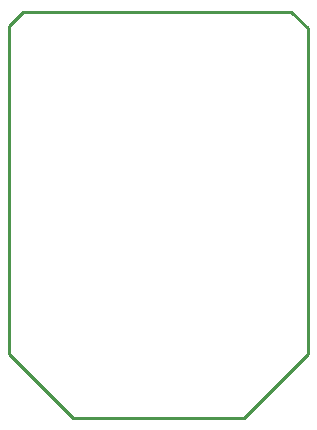
<source format=gko>
G04 Layer_Color=16711935*
%FSLAX44Y44*%
%MOMM*%
G71*
G01*
G75*
%ADD12C,0.2540*%
D12*
X794000Y660000D02*
X939000D01*
X740000Y714000D02*
X794000Y660000D01*
X939000D02*
X993000Y714000D01*
X979000Y1004000D02*
X993000Y990000D01*
Y714000D02*
Y990000D01*
X752000Y1004000D02*
X979000D01*
X740000Y992000D02*
X752000Y1004000D01*
X740000Y714000D02*
Y992000D01*
M02*

</source>
